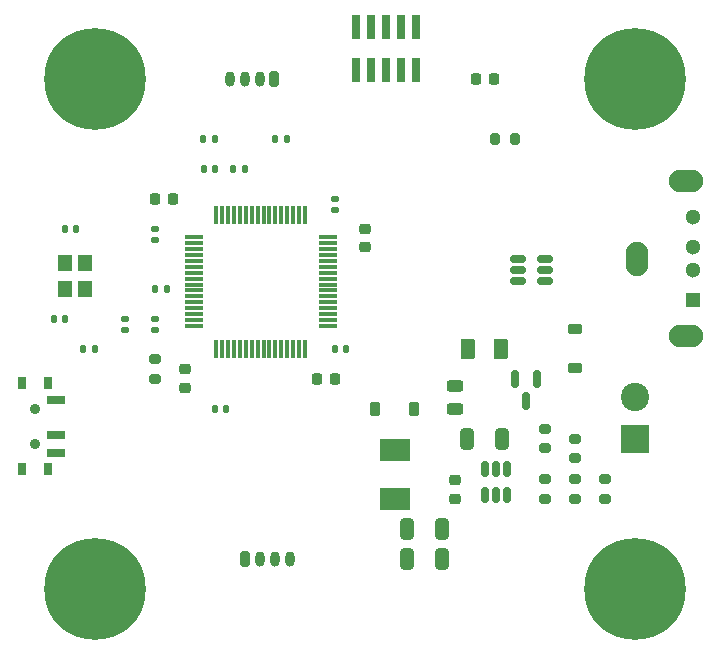
<source format=gbr>
%TF.GenerationSoftware,KiCad,Pcbnew,7.0.2*%
%TF.CreationDate,2023-05-29T18:28:01+05:30*%
%TF.ProjectId,_autosave-STM32,5f617574-6f73-4617-9665-2d53544d3332,rev?*%
%TF.SameCoordinates,Original*%
%TF.FileFunction,Soldermask,Top*%
%TF.FilePolarity,Negative*%
%FSLAX46Y46*%
G04 Gerber Fmt 4.6, Leading zero omitted, Abs format (unit mm)*
G04 Created by KiCad (PCBNEW 7.0.2) date 2023-05-29 18:28:01*
%MOMM*%
%LPD*%
G01*
G04 APERTURE LIST*
G04 Aperture macros list*
%AMRoundRect*
0 Rectangle with rounded corners*
0 $1 Rounding radius*
0 $2 $3 $4 $5 $6 $7 $8 $9 X,Y pos of 4 corners*
0 Add a 4 corners polygon primitive as box body*
4,1,4,$2,$3,$4,$5,$6,$7,$8,$9,$2,$3,0*
0 Add four circle primitives for the rounded corners*
1,1,$1+$1,$2,$3*
1,1,$1+$1,$4,$5*
1,1,$1+$1,$6,$7*
1,1,$1+$1,$8,$9*
0 Add four rect primitives between the rounded corners*
20,1,$1+$1,$2,$3,$4,$5,0*
20,1,$1+$1,$4,$5,$6,$7,0*
20,1,$1+$1,$6,$7,$8,$9,0*
20,1,$1+$1,$8,$9,$2,$3,0*%
G04 Aperture macros list end*
%ADD10RoundRect,0.140000X0.170000X-0.140000X0.170000X0.140000X-0.170000X0.140000X-0.170000X-0.140000X0*%
%ADD11RoundRect,0.075000X-0.700000X-0.075000X0.700000X-0.075000X0.700000X0.075000X-0.700000X0.075000X0*%
%ADD12RoundRect,0.075000X-0.075000X-0.700000X0.075000X-0.700000X0.075000X0.700000X-0.075000X0.700000X0*%
%ADD13RoundRect,0.150000X0.512500X0.150000X-0.512500X0.150000X-0.512500X-0.150000X0.512500X-0.150000X0*%
%ADD14C,0.900000*%
%ADD15C,8.600000*%
%ADD16RoundRect,0.200000X0.275000X-0.200000X0.275000X0.200000X-0.275000X0.200000X-0.275000X-0.200000X0*%
%ADD17RoundRect,0.225000X-0.250000X0.225000X-0.250000X-0.225000X0.250000X-0.225000X0.250000X0.225000X0*%
%ADD18RoundRect,0.225000X0.250000X-0.225000X0.250000X0.225000X-0.250000X0.225000X-0.250000X-0.225000X0*%
%ADD19RoundRect,0.200000X-0.275000X0.200000X-0.275000X-0.200000X0.275000X-0.200000X0.275000X0.200000X0*%
%ADD20R,1.200000X1.400000*%
%ADD21RoundRect,0.225000X0.225000X0.250000X-0.225000X0.250000X-0.225000X-0.250000X0.225000X-0.250000X0*%
%ADD22RoundRect,0.150000X-0.150000X0.587500X-0.150000X-0.587500X0.150000X-0.587500X0.150000X0.587500X0*%
%ADD23R,1.300000X1.300000*%
%ADD24C,1.300000*%
%ADD25O,2.900000X1.900000*%
%ADD26O,1.900000X2.900000*%
%ADD27RoundRect,0.135000X0.135000X0.185000X-0.135000X0.185000X-0.135000X-0.185000X0.135000X-0.185000X0*%
%ADD28R,0.800000X1.000000*%
%ADD29R,1.500000X0.700000*%
%ADD30RoundRect,0.218750X0.256250X-0.218750X0.256250X0.218750X-0.256250X0.218750X-0.256250X-0.218750X0*%
%ADD31RoundRect,0.135000X-0.135000X-0.185000X0.135000X-0.185000X0.135000X0.185000X-0.135000X0.185000X0*%
%ADD32RoundRect,0.200000X-0.200000X-0.275000X0.200000X-0.275000X0.200000X0.275000X-0.200000X0.275000X0*%
%ADD33RoundRect,0.150000X-0.150000X0.512500X-0.150000X-0.512500X0.150000X-0.512500X0.150000X0.512500X0*%
%ADD34RoundRect,0.225000X-0.225000X-0.250000X0.225000X-0.250000X0.225000X0.250000X-0.225000X0.250000X0*%
%ADD35RoundRect,0.140000X0.140000X0.170000X-0.140000X0.170000X-0.140000X-0.170000X0.140000X-0.170000X0*%
%ADD36RoundRect,0.250000X0.375000X0.625000X-0.375000X0.625000X-0.375000X-0.625000X0.375000X-0.625000X0*%
%ADD37RoundRect,0.140000X-0.140000X-0.170000X0.140000X-0.170000X0.140000X0.170000X-0.140000X0.170000X0*%
%ADD38R,0.750000X2.100000*%
%ADD39RoundRect,0.250000X-0.325000X-0.650000X0.325000X-0.650000X0.325000X0.650000X-0.325000X0.650000X0*%
%ADD40RoundRect,0.225000X-0.225000X-0.375000X0.225000X-0.375000X0.225000X0.375000X-0.225000X0.375000X0*%
%ADD41RoundRect,0.218750X0.218750X0.256250X-0.218750X0.256250X-0.218750X-0.256250X0.218750X-0.256250X0*%
%ADD42RoundRect,0.200000X-0.200000X-0.450000X0.200000X-0.450000X0.200000X0.450000X-0.200000X0.450000X0*%
%ADD43O,0.800000X1.300000*%
%ADD44RoundRect,0.243750X-0.456250X0.243750X-0.456250X-0.243750X0.456250X-0.243750X0.456250X0.243750X0*%
%ADD45R,2.500000X1.900000*%
%ADD46R,2.400000X2.400000*%
%ADD47C,2.400000*%
%ADD48RoundRect,0.147500X-0.147500X-0.172500X0.147500X-0.172500X0.147500X0.172500X-0.147500X0.172500X0*%
%ADD49RoundRect,0.200000X0.200000X0.450000X-0.200000X0.450000X-0.200000X-0.450000X0.200000X-0.450000X0*%
%ADD50RoundRect,0.225000X0.375000X-0.225000X0.375000X0.225000X-0.375000X0.225000X-0.375000X-0.225000X0*%
G04 APERTURE END LIST*
D10*
%TO.C,C4*%
X116840000Y-87320000D03*
X116840000Y-86360000D03*
%TD*%
D11*
%TO.C,U1*%
X120115000Y-87095000D03*
X120115000Y-87595000D03*
X120115000Y-88095000D03*
X120115000Y-88595000D03*
X120115000Y-89095000D03*
X120115000Y-89595000D03*
X120115000Y-90095000D03*
X120115000Y-90595000D03*
X120115000Y-91095000D03*
X120115000Y-91595000D03*
X120115000Y-92095000D03*
X120115000Y-92595000D03*
X120115000Y-93095000D03*
X120115000Y-93595000D03*
X120115000Y-94095000D03*
X120115000Y-94595000D03*
D12*
X122040000Y-96520000D03*
X122540000Y-96520000D03*
X123040000Y-96520000D03*
X123540000Y-96520000D03*
X124040000Y-96520000D03*
X124540000Y-96520000D03*
X125040000Y-96520000D03*
X125540000Y-96520000D03*
X126040000Y-96520000D03*
X126540000Y-96520000D03*
X127040000Y-96520000D03*
X127540000Y-96520000D03*
X128040000Y-96520000D03*
X128540000Y-96520000D03*
X129040000Y-96520000D03*
X129540000Y-96520000D03*
D11*
X131465000Y-94595000D03*
X131465000Y-94095000D03*
X131465000Y-93595000D03*
X131465000Y-93095000D03*
X131465000Y-92595000D03*
X131465000Y-92095000D03*
X131465000Y-91595000D03*
X131465000Y-91095000D03*
X131465000Y-90595000D03*
X131465000Y-90095000D03*
X131465000Y-89595000D03*
X131465000Y-89095000D03*
X131465000Y-88595000D03*
X131465000Y-88095000D03*
X131465000Y-87595000D03*
X131465000Y-87095000D03*
D12*
X129540000Y-85170000D03*
X129040000Y-85170000D03*
X128540000Y-85170000D03*
X128040000Y-85170000D03*
X127540000Y-85170000D03*
X127040000Y-85170000D03*
X126540000Y-85170000D03*
X126040000Y-85170000D03*
X125540000Y-85170000D03*
X125040000Y-85170000D03*
X124540000Y-85170000D03*
X124040000Y-85170000D03*
X123540000Y-85170000D03*
X123040000Y-85170000D03*
X122540000Y-85170000D03*
X122040000Y-85170000D03*
%TD*%
D10*
%TO.C,C7*%
X132080000Y-84780000D03*
X132080000Y-83820000D03*
%TD*%
%TO.C,C9*%
X114300000Y-94940000D03*
X114300000Y-93980000D03*
%TD*%
D13*
%TO.C,U3*%
X149860000Y-90800000D03*
X149860000Y-89850000D03*
X149860000Y-88900000D03*
X147585000Y-88900000D03*
X147585000Y-89850000D03*
X147585000Y-90800000D03*
%TD*%
D14*
%TO.C,H4*%
X108535000Y-73660000D03*
X109479581Y-71379581D03*
X109479581Y-75940419D03*
X111760000Y-70435000D03*
D15*
X111760000Y-73660000D03*
D14*
X111760000Y-76885000D03*
X114040419Y-71379581D03*
X114040419Y-75940419D03*
X114985000Y-73660000D03*
%TD*%
D16*
%TO.C,R6*%
X149860000Y-109220000D03*
X149860000Y-107570000D03*
%TD*%
D17*
%TO.C,C14*%
X142240000Y-107670000D03*
X142240000Y-109220000D03*
%TD*%
D14*
%TO.C,H2*%
X154255000Y-116840000D03*
X155199581Y-114559581D03*
X155199581Y-119120419D03*
X157480000Y-113615000D03*
D15*
X157480000Y-116840000D03*
D14*
X157480000Y-120065000D03*
X159760419Y-114559581D03*
X159760419Y-119120419D03*
X160705000Y-116840000D03*
%TD*%
D18*
%TO.C,C2*%
X134620000Y-87910000D03*
X134620000Y-86360000D03*
%TD*%
D19*
%TO.C,R7*%
X152400000Y-107570000D03*
X152400000Y-109220000D03*
%TD*%
D20*
%TO.C,Y1*%
X109220000Y-89240000D03*
X109220000Y-91440000D03*
X110920000Y-91440000D03*
X110920000Y-89240000D03*
%TD*%
D14*
%TO.C,H1*%
X154255000Y-73660000D03*
X155199581Y-71379581D03*
X155199581Y-75940419D03*
X157480000Y-70435000D03*
D15*
X157480000Y-73660000D03*
D14*
X157480000Y-76885000D03*
X159760419Y-71379581D03*
X159760419Y-75940419D03*
X160705000Y-73660000D03*
%TD*%
D21*
%TO.C,C3*%
X118390000Y-83820000D03*
X116840000Y-83820000D03*
%TD*%
D22*
%TO.C,Q1*%
X149220000Y-99060000D03*
X147320000Y-99060000D03*
X148270000Y-100935000D03*
%TD*%
D23*
%TO.C,J5*%
X162405000Y-92400000D03*
D24*
X162405000Y-89900000D03*
X162405000Y-87900000D03*
X162405000Y-85400000D03*
D25*
X161805000Y-95470000D03*
D26*
X157625000Y-88900000D03*
D25*
X161805000Y-82330000D03*
%TD*%
D27*
%TO.C,R2*%
X117860000Y-91440000D03*
X116840000Y-91440000D03*
%TD*%
D28*
%TO.C,SW1*%
X107790000Y-99450000D03*
X105580000Y-99450000D03*
D14*
X106680000Y-101600000D03*
X106680000Y-104600000D03*
D28*
X107790000Y-106750000D03*
X105580000Y-106750000D03*
D29*
X108440000Y-100850000D03*
X108440000Y-103850000D03*
X108440000Y-105350000D03*
%TD*%
D30*
%TO.C,D1*%
X119380000Y-99847500D03*
X119380000Y-98272500D03*
%TD*%
D31*
%TO.C,R1*%
X120900000Y-78740000D03*
X121920000Y-78740000D03*
%TD*%
D32*
%TO.C,R11*%
X145670000Y-78740000D03*
X147320000Y-78740000D03*
%TD*%
D33*
%TO.C,U2*%
X146680000Y-108955000D03*
X145730000Y-108955000D03*
X144780000Y-108955000D03*
X144780000Y-106680000D03*
X145730000Y-106680000D03*
X146680000Y-106680000D03*
%TD*%
D34*
%TO.C,C1*%
X130530000Y-99060000D03*
X132080000Y-99060000D03*
%TD*%
D35*
%TO.C,C12*%
X109220000Y-93980000D03*
X108260000Y-93980000D03*
%TD*%
%TO.C,C5*%
X122880000Y-101600000D03*
X121920000Y-101600000D03*
%TD*%
D19*
%TO.C,R3*%
X116840000Y-97410000D03*
X116840000Y-99060000D03*
%TD*%
D36*
%TO.C,F1*%
X146180000Y-96520000D03*
X143380000Y-96520000D03*
%TD*%
D37*
%TO.C,C11*%
X109220000Y-86360000D03*
X110180000Y-86360000D03*
%TD*%
D27*
%TO.C,R9*%
X128020000Y-78740000D03*
X127000000Y-78740000D03*
%TD*%
D16*
%TO.C,R5*%
X152400000Y-105790000D03*
X152400000Y-104140000D03*
%TD*%
D38*
%TO.C,J2*%
X133880000Y-69320000D03*
X133880000Y-72920000D03*
X135150000Y-69320000D03*
X135150000Y-72920000D03*
X136420000Y-69320000D03*
X136420000Y-72920000D03*
X137690000Y-69320000D03*
X137690000Y-72920000D03*
X138960000Y-69320000D03*
X138960000Y-72920000D03*
%TD*%
D31*
%TO.C,R10*%
X123440000Y-81280000D03*
X124460000Y-81280000D03*
%TD*%
D39*
%TO.C,C15*%
X138225000Y-111760000D03*
X141175000Y-111760000D03*
%TD*%
D19*
%TO.C,R4*%
X149860000Y-103315000D03*
X149860000Y-104965000D03*
%TD*%
D40*
%TO.C,D2*%
X135510000Y-101600000D03*
X138810000Y-101600000D03*
%TD*%
D39*
%TO.C,C16*%
X138225000Y-114300000D03*
X141175000Y-114300000D03*
%TD*%
D41*
%TO.C,D4*%
X145567500Y-73660000D03*
X143992500Y-73660000D03*
%TD*%
D42*
%TO.C,J4*%
X124500000Y-114300000D03*
D43*
X125750000Y-114300000D03*
X127000000Y-114300000D03*
X128250000Y-114300000D03*
%TD*%
D44*
%TO.C,FB1*%
X142240000Y-99725000D03*
X142240000Y-101600000D03*
%TD*%
D14*
%TO.C,H3*%
X108535000Y-116840000D03*
X109479581Y-114559581D03*
X109479581Y-119120419D03*
X111760000Y-113615000D03*
D15*
X111760000Y-116840000D03*
D14*
X111760000Y-120065000D03*
X114040419Y-114559581D03*
X114040419Y-119120419D03*
X114985000Y-116840000D03*
%TD*%
D45*
%TO.C,L2*%
X137160000Y-105120000D03*
X137160000Y-109220000D03*
%TD*%
D35*
%TO.C,C6*%
X133040000Y-96520000D03*
X132080000Y-96520000D03*
%TD*%
D46*
%TO.C,J1*%
X157480000Y-104140000D03*
D47*
X157480000Y-100640000D03*
%TD*%
D37*
%TO.C,C8*%
X120960000Y-81280000D03*
X121920000Y-81280000D03*
%TD*%
D48*
%TO.C,L1*%
X110790000Y-96520000D03*
X111760000Y-96520000D03*
%TD*%
D16*
%TO.C,R8*%
X154940000Y-109220000D03*
X154940000Y-107570000D03*
%TD*%
D49*
%TO.C,J3*%
X126960000Y-73660000D03*
D43*
X125710000Y-73660000D03*
X124460000Y-73660000D03*
X123210000Y-73660000D03*
%TD*%
D10*
%TO.C,C10*%
X116840000Y-94940000D03*
X116840000Y-93980000D03*
%TD*%
D39*
%TO.C,C13*%
X143305000Y-104140000D03*
X146255000Y-104140000D03*
%TD*%
D50*
%TO.C,D3*%
X152400000Y-98170000D03*
X152400000Y-94870000D03*
%TD*%
M02*

</source>
